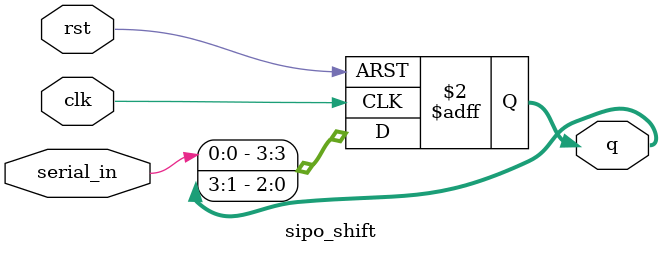
<source format=v>
module sipo_shift (
    input clk,
    input rst,
    input serial_in,
    output reg [3:0] q
);

  always @(posedge clk or posedge rst) begin

    if (rst) begin
      q <= 4'b0000;
    end else begin
      q <= {serial_in, q[3:1]};
    end

  end

endmodule

</source>
